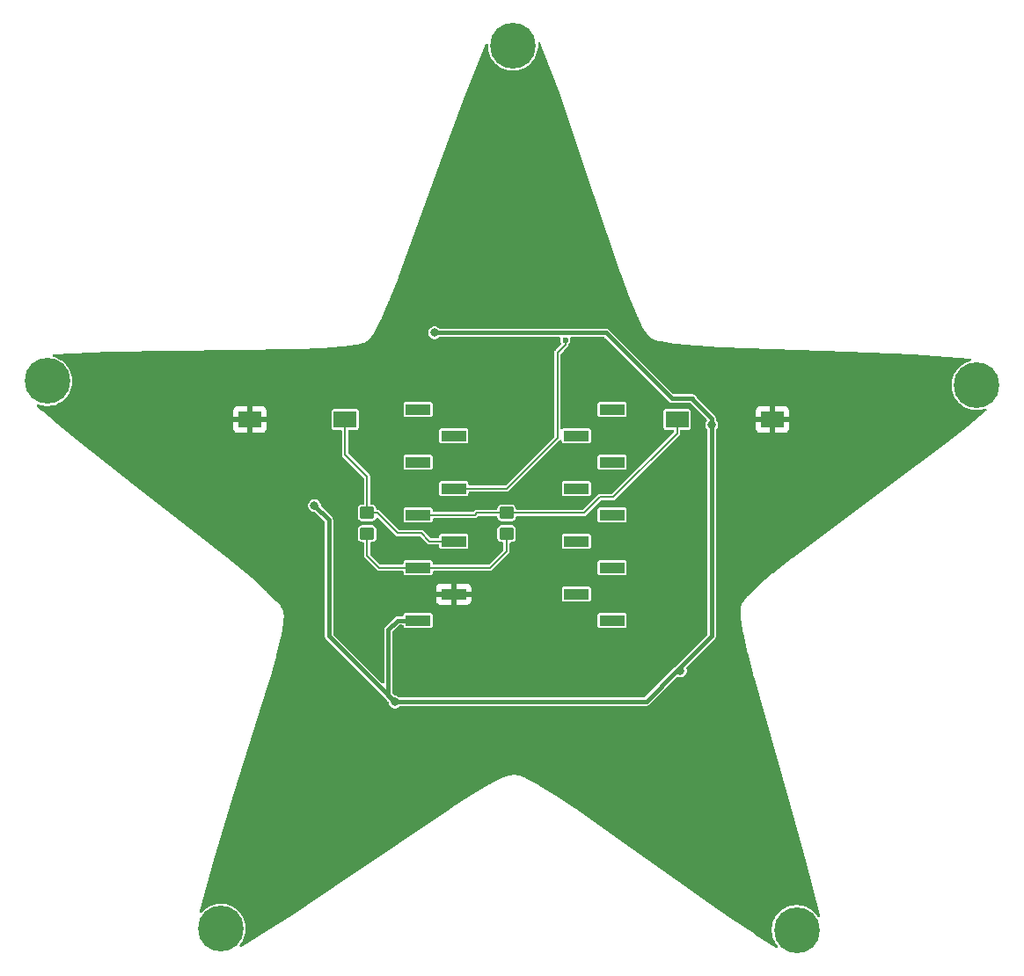
<source format=gbl>
G04 #@! TF.GenerationSoftware,KiCad,Pcbnew,9.0.5*
G04 #@! TF.CreationDate,2025-10-14T20:34:03+01:00*
G04 #@! TF.ProjectId,ESP32_Xmas_Star_Module,45535033-325f-4586-9d61-735f53746172,rev?*
G04 #@! TF.SameCoordinates,Original*
G04 #@! TF.FileFunction,Copper,L2,Bot*
G04 #@! TF.FilePolarity,Positive*
%FSLAX46Y46*%
G04 Gerber Fmt 4.6, Leading zero omitted, Abs format (unit mm)*
G04 Created by KiCad (PCBNEW 9.0.5) date 2025-10-14 20:34:03*
%MOMM*%
%LPD*%
G01*
G04 APERTURE LIST*
G04 Aperture macros list*
%AMRoundRect*
0 Rectangle with rounded corners*
0 $1 Rounding radius*
0 $2 $3 $4 $5 $6 $7 $8 $9 X,Y pos of 4 corners*
0 Add a 4 corners polygon primitive as box body*
4,1,4,$2,$3,$4,$5,$6,$7,$8,$9,$2,$3,0*
0 Add four circle primitives for the rounded corners*
1,1,$1+$1,$2,$3*
1,1,$1+$1,$4,$5*
1,1,$1+$1,$6,$7*
1,1,$1+$1,$8,$9*
0 Add four rect primitives between the rounded corners*
20,1,$1+$1,$2,$3,$4,$5,0*
20,1,$1+$1,$4,$5,$6,$7,0*
20,1,$1+$1,$6,$7,$8,$9,0*
20,1,$1+$1,$8,$9,$2,$3,0*%
G04 Aperture macros list end*
G04 #@! TA.AperFunction,ComponentPad*
%ADD10C,4.400000*%
G04 #@! TD*
G04 #@! TA.AperFunction,SMDPad,CuDef*
%ADD11R,2.180000X1.600000*%
G04 #@! TD*
G04 #@! TA.AperFunction,SMDPad,CuDef*
%ADD12RoundRect,0.250000X0.450000X-0.350000X0.450000X0.350000X-0.450000X0.350000X-0.450000X-0.350000X0*%
G04 #@! TD*
G04 #@! TA.AperFunction,SMDPad,CuDef*
%ADD13R,2.410000X1.020000*%
G04 #@! TD*
G04 #@! TA.AperFunction,ViaPad*
%ADD14C,0.800000*%
G04 #@! TD*
G04 #@! TA.AperFunction,ViaPad*
%ADD15C,0.600000*%
G04 #@! TD*
G04 #@! TA.AperFunction,Conductor*
%ADD16C,0.400000*%
G04 #@! TD*
G04 #@! TA.AperFunction,Conductor*
%ADD17C,0.200000*%
G04 #@! TD*
G04 APERTURE END LIST*
D10*
X194421414Y-78697463D03*
X104970372Y-78314655D03*
X121674966Y-131018278D03*
X177092341Y-131155072D03*
X149801613Y-46007789D03*
D11*
X174770000Y-82000000D03*
X165590000Y-82000000D03*
X124460000Y-82000000D03*
X133640000Y-82000000D03*
D12*
X135759741Y-93000000D03*
X135759741Y-91000000D03*
X149177275Y-93000000D03*
X149177275Y-91000000D03*
D13*
X159335000Y-81040000D03*
X155905000Y-83580000D03*
X159335000Y-86120000D03*
X155905000Y-88660000D03*
X159335000Y-91200000D03*
X155905000Y-93740000D03*
X159335000Y-96280000D03*
X155905000Y-98820000D03*
X159335000Y-101360000D03*
X140665000Y-101360000D03*
X144095000Y-98820000D03*
X140665000Y-96280000D03*
X144095000Y-93740000D03*
X140665000Y-91200000D03*
X144095000Y-88660000D03*
X140665000Y-86120000D03*
X144095000Y-83580000D03*
X140665000Y-81040000D03*
D14*
X138430000Y-109220000D03*
X130688425Y-90291575D03*
X142240000Y-73660000D03*
X165906691Y-106216691D03*
X168910000Y-82550000D03*
D15*
X154821814Y-74360000D03*
X176530000Y-91440000D03*
X123190000Y-83820000D03*
X149860000Y-76200000D03*
X115570000Y-76792844D03*
X149790482Y-72675793D03*
X119380000Y-90170000D03*
X110490000Y-80010000D03*
X175260000Y-128270000D03*
X127000000Y-123190000D03*
X149860000Y-106680000D03*
X127000000Y-85090000D03*
X166370000Y-116840000D03*
X172720000Y-86360000D03*
X143510000Y-63500000D03*
X133350000Y-87630000D03*
X134620000Y-114300000D03*
X170180000Y-120650000D03*
X157480000Y-69850000D03*
X162560000Y-121920000D03*
X142240000Y-110490000D03*
X149860000Y-62230000D03*
X152400000Y-48260000D03*
X116840000Y-82550000D03*
X193017724Y-81490665D03*
X144780000Y-106680000D03*
X166370000Y-97790000D03*
X170180000Y-87630000D03*
X160020000Y-106680000D03*
X173990000Y-78740000D03*
X172720000Y-111760000D03*
X137160000Y-109220000D03*
X149860000Y-55880000D03*
X124460000Y-127000000D03*
X149860000Y-69850000D03*
X163830000Y-111760000D03*
X139700000Y-119380000D03*
X177800000Y-85090000D03*
X123190000Y-78740000D03*
X182880000Y-82550000D03*
X130810000Y-118110000D03*
X130810000Y-106680000D03*
X129540000Y-95250000D03*
X149860000Y-50800000D03*
X187960000Y-80010000D03*
D16*
X132080000Y-102870000D02*
X138430000Y-109220000D01*
X158750000Y-73660000D02*
X142240000Y-73660000D01*
X165075858Y-79985858D02*
X158750000Y-73660000D01*
X167081000Y-80049370D02*
X167081000Y-79985858D01*
X168910000Y-81878370D02*
X167081000Y-80049370D01*
X168910000Y-82550000D02*
X168910000Y-102870000D01*
X165563309Y-106216691D02*
X162614578Y-109165422D01*
X165906691Y-105873309D02*
X165906691Y-106216691D01*
X167081000Y-79985858D02*
X165075858Y-79985858D01*
X168910000Y-82550000D02*
X168910000Y-81878370D01*
X130688425Y-90291575D02*
X132080000Y-91683150D01*
X162614578Y-109165422D02*
X138484578Y-109165422D01*
X137795000Y-108585000D02*
X137795000Y-102235000D01*
X165906691Y-106216691D02*
X165563309Y-106216691D01*
X138670000Y-101360000D02*
X140665000Y-101360000D01*
X138430000Y-109220000D02*
X137795000Y-108585000D01*
X137795000Y-102235000D02*
X138670000Y-101360000D01*
X132080000Y-91683150D02*
X132080000Y-102870000D01*
X168910000Y-102870000D02*
X165906691Y-105873309D01*
X138484578Y-109165422D02*
X138430000Y-109220000D01*
D17*
X154082528Y-75551100D02*
X154082528Y-83784944D01*
X154821814Y-74360000D02*
X154821814Y-74811814D01*
X154082528Y-83784944D02*
X149207472Y-88660000D01*
X154821814Y-74811814D02*
X154082528Y-75551100D01*
X149207472Y-88660000D02*
X144095000Y-88660000D01*
X159449000Y-89471000D02*
X158179000Y-89471000D01*
X146150826Y-91200000D02*
X146350826Y-91000000D01*
X140665000Y-91200000D02*
X146150826Y-91200000D01*
X149177275Y-91000000D02*
X156650000Y-91000000D01*
X165590000Y-82000000D02*
X165590000Y-83330000D01*
X146350826Y-91000000D02*
X149177275Y-91000000D01*
X165590000Y-83330000D02*
X159449000Y-89471000D01*
X158179000Y-89471000D02*
X156650000Y-91000000D01*
X135759741Y-95119741D02*
X135759741Y-93000000D01*
X140665000Y-96280000D02*
X136920000Y-96280000D01*
X140665000Y-96280000D02*
X147560000Y-96280000D01*
X136920000Y-96280000D02*
X135759741Y-95119741D01*
X147560000Y-96280000D02*
X149177275Y-94662725D01*
X149177275Y-94662725D02*
X149177275Y-93000000D01*
X138670000Y-92950000D02*
X136720000Y-91000000D01*
X140970000Y-92950000D02*
X138670000Y-92950000D01*
X135759741Y-87499741D02*
X133640000Y-85380000D01*
X144095000Y-93740000D02*
X141760000Y-93740000D01*
X141760000Y-93740000D02*
X140970000Y-92950000D01*
X135759741Y-91000000D02*
X135759741Y-87499741D01*
X136720000Y-91000000D02*
X135759741Y-91000000D01*
X133640000Y-85380000D02*
X133640000Y-82000000D01*
G04 #@! TA.AperFunction,Conductor*
G36*
X152390306Y-45710486D02*
G01*
X152434424Y-45764666D01*
X152436171Y-45769057D01*
X152677355Y-46410520D01*
X154314620Y-50765059D01*
X154315838Y-50768448D01*
X156336103Y-56655183D01*
X156336255Y-56655628D01*
X160148586Y-67902820D01*
X160153256Y-67916598D01*
X160153924Y-67923737D01*
X160174366Y-67978878D01*
X160174937Y-67980562D01*
X160193258Y-68034612D01*
X160196852Y-68041907D01*
X160196185Y-68042235D01*
X160202296Y-68054219D01*
X160970043Y-70125150D01*
X160974976Y-70138456D01*
X160976065Y-70146976D01*
X160997842Y-70200135D01*
X161017802Y-70253973D01*
X161017804Y-70253975D01*
X161021599Y-70261162D01*
X161021155Y-70261396D01*
X161028149Y-70274113D01*
X161155641Y-70585317D01*
X161711198Y-71941409D01*
X161714668Y-71958798D01*
X161736091Y-72002173D01*
X161737738Y-72006193D01*
X161754432Y-72046944D01*
X161754437Y-72046953D01*
X161757944Y-72051559D01*
X161770457Y-72071753D01*
X162346293Y-73237641D01*
X162346293Y-73237642D01*
X162350201Y-73245555D01*
X162359633Y-73274332D01*
X162379254Y-73304379D01*
X162382543Y-73311038D01*
X162382547Y-73311045D01*
X162395151Y-73336562D01*
X162409308Y-73352686D01*
X162419951Y-73366699D01*
X162648396Y-73716520D01*
X162651036Y-73720564D01*
X162673333Y-73761296D01*
X162686926Y-73775523D01*
X162693181Y-73785101D01*
X162693183Y-73785103D01*
X162697695Y-73792012D01*
X162728705Y-73819791D01*
X162735622Y-73826489D01*
X162798008Y-73891783D01*
X162921217Y-74020735D01*
X162932950Y-74038460D01*
X162966557Y-74068190D01*
X162970152Y-74071952D01*
X162997568Y-74100646D01*
X162997570Y-74100648D01*
X163015734Y-74111694D01*
X163031655Y-74125778D01*
X163071817Y-74145799D01*
X163076264Y-74148503D01*
X163076265Y-74148504D01*
X163110163Y-74169119D01*
X163110165Y-74169120D01*
X163110166Y-74169120D01*
X163110169Y-74169122D01*
X163119962Y-74171986D01*
X163140466Y-74180021D01*
X163380415Y-74299640D01*
X163419290Y-74323163D01*
X163439172Y-74328931D01*
X163457697Y-74338166D01*
X163497244Y-74346209D01*
X163507072Y-74348629D01*
X163923975Y-74469579D01*
X163951001Y-74481869D01*
X163986991Y-74487860D01*
X163993990Y-74489891D01*
X163993993Y-74489892D01*
X164005570Y-74493250D01*
X164022032Y-74498027D01*
X164042746Y-74498452D01*
X164060551Y-74500109D01*
X165378842Y-74719610D01*
X165395155Y-74725715D01*
X165443615Y-74730395D01*
X165491653Y-74738394D01*
X165497037Y-74737870D01*
X165520939Y-74737864D01*
X167348740Y-74914403D01*
X167356748Y-74917100D01*
X167414225Y-74920728D01*
X167471509Y-74926261D01*
X167471516Y-74926259D01*
X167479639Y-74925979D01*
X167479657Y-74926507D01*
X167494037Y-74925765D01*
X169751640Y-75068276D01*
X169758386Y-75070341D01*
X169817304Y-75072421D01*
X169876125Y-75076134D01*
X169876126Y-75076133D01*
X169876130Y-75076134D01*
X169884237Y-75075583D01*
X169884289Y-75076352D01*
X169897607Y-75075255D01*
X181964326Y-75501248D01*
X188292976Y-75748587D01*
X188296406Y-75748771D01*
X193809826Y-76122299D01*
X193815715Y-76122839D01*
X193826003Y-76124034D01*
X193890322Y-76151323D01*
X193929678Y-76209054D01*
X193931575Y-76278898D01*
X193895410Y-76338680D01*
X193839286Y-76368097D01*
X193755819Y-76387147D01*
X193755811Y-76387150D01*
X193501331Y-76476197D01*
X193258419Y-76593177D01*
X193030126Y-76736624D01*
X192819329Y-76904728D01*
X192628679Y-77095378D01*
X192460575Y-77306175D01*
X192317128Y-77534468D01*
X192200148Y-77777380D01*
X192111101Y-78031860D01*
X192111098Y-78031868D01*
X192051102Y-78294731D01*
X192051100Y-78294743D01*
X192020914Y-78562649D01*
X192020914Y-78832276D01*
X192051100Y-79100182D01*
X192051102Y-79100194D01*
X192111098Y-79363057D01*
X192111101Y-79363065D01*
X192200148Y-79617545D01*
X192317128Y-79860457D01*
X192317130Y-79860460D01*
X192460576Y-80088752D01*
X192628680Y-80299548D01*
X192819329Y-80490197D01*
X193030125Y-80658301D01*
X193258417Y-80801747D01*
X193501335Y-80918730D01*
X193692463Y-80985608D01*
X193755811Y-81007775D01*
X193755819Y-81007778D01*
X193755822Y-81007778D01*
X193755823Y-81007779D01*
X194018682Y-81067775D01*
X194286601Y-81097962D01*
X194286602Y-81097963D01*
X194286605Y-81097963D01*
X194556226Y-81097963D01*
X194556226Y-81097962D01*
X194824146Y-81067775D01*
X195087005Y-81007779D01*
X195232643Y-80956817D01*
X195302420Y-80953255D01*
X195363048Y-80987984D01*
X195395275Y-81049977D01*
X195388871Y-81119553D01*
X195352113Y-81169834D01*
X193519222Y-82669307D01*
X193517036Y-82671054D01*
X191268336Y-84427499D01*
X191266530Y-84428884D01*
X186289514Y-88171395D01*
X186289138Y-88171676D01*
X176770481Y-95273002D01*
X176758827Y-95281697D01*
X176752244Y-95284539D01*
X176706117Y-95321020D01*
X176704687Y-95322088D01*
X176704685Y-95322088D01*
X176658949Y-95356211D01*
X176653122Y-95361882D01*
X176652606Y-95361351D01*
X176643097Y-95370863D01*
X174910768Y-96740988D01*
X174899630Y-96749796D01*
X174891872Y-96753461D01*
X174848111Y-96790542D01*
X174846434Y-96791869D01*
X174846414Y-96791887D01*
X174803011Y-96826215D01*
X174797352Y-96832044D01*
X174796993Y-96831696D01*
X174787053Y-96842282D01*
X173421533Y-97999412D01*
X173412428Y-98007126D01*
X173396967Y-98015799D01*
X173362345Y-98049567D01*
X173359021Y-98052384D01*
X173325421Y-98080856D01*
X173325420Y-98080857D01*
X173322109Y-98085635D01*
X173306779Y-98103761D01*
X172375892Y-99011701D01*
X172369574Y-99017862D01*
X172345126Y-99035722D01*
X172322613Y-99063666D01*
X172317292Y-99068857D01*
X172317293Y-99068857D01*
X172296919Y-99088730D01*
X172296913Y-99088737D01*
X172285958Y-99107177D01*
X172275920Y-99121629D01*
X172013813Y-99446997D01*
X172013812Y-99446996D01*
X172010775Y-99450764D01*
X171978935Y-99484550D01*
X171969601Y-99501880D01*
X171962422Y-99510793D01*
X171957255Y-99517207D01*
X171957249Y-99517217D01*
X171940414Y-99555286D01*
X171936184Y-99563929D01*
X171814038Y-99790737D01*
X171808793Y-99800475D01*
X171795563Y-99817111D01*
X171777669Y-99858268D01*
X171775196Y-99862861D01*
X171775194Y-99862862D01*
X171756392Y-99897777D01*
X171756386Y-99897792D01*
X171754038Y-99907721D01*
X171747091Y-99928604D01*
X171743022Y-99937963D01*
X171743021Y-99937967D01*
X171737158Y-99977210D01*
X171735192Y-99987418D01*
X171726061Y-100026034D01*
X171726363Y-100036235D01*
X171725056Y-100058222D01*
X171698279Y-100237466D01*
X171685443Y-100323385D01*
X171675084Y-100367628D01*
X171675741Y-100388316D01*
X171674088Y-100399387D01*
X171672683Y-100408792D01*
X171677255Y-100448896D01*
X171677990Y-100458998D01*
X171691505Y-100883887D01*
X171691790Y-100892861D01*
X171688455Y-100922358D01*
X171693877Y-100958435D01*
X171694109Y-100965725D01*
X171695037Y-100994903D01*
X171701032Y-101014733D01*
X171704960Y-101032187D01*
X171901793Y-102341905D01*
X171903578Y-102353779D01*
X171902814Y-102371183D01*
X171913337Y-102418718D01*
X171913972Y-102422939D01*
X171913973Y-102422944D01*
X171920575Y-102466872D01*
X171920576Y-102466876D01*
X171922737Y-102471836D01*
X171930128Y-102494561D01*
X172327054Y-104287466D01*
X172326964Y-104295912D01*
X172341269Y-104351676D01*
X172341718Y-104353702D01*
X172341717Y-104353703D01*
X172353714Y-104407889D01*
X172356493Y-104415530D01*
X172356000Y-104415709D01*
X172361148Y-104429167D01*
X172879171Y-106448481D01*
X172923250Y-106620306D01*
X172923371Y-106627359D01*
X172939593Y-106684015D01*
X172940025Y-106685699D01*
X172954244Y-106741124D01*
X172957275Y-106748668D01*
X172956565Y-106748952D01*
X172961717Y-106761283D01*
X176285336Y-118368844D01*
X176285464Y-118369295D01*
X178005806Y-124464333D01*
X178006720Y-124467757D01*
X179339688Y-129765053D01*
X179336958Y-129834869D01*
X179296916Y-129892126D01*
X179232275Y-129918646D01*
X179163557Y-129906007D01*
X179114443Y-129861284D01*
X179053179Y-129763783D01*
X178885075Y-129552987D01*
X178694426Y-129362338D01*
X178483630Y-129194234D01*
X178255338Y-129050788D01*
X178255335Y-129050786D01*
X178012423Y-128933806D01*
X177757943Y-128844759D01*
X177757935Y-128844756D01*
X177548748Y-128797011D01*
X177495073Y-128784760D01*
X177495069Y-128784759D01*
X177495060Y-128784758D01*
X177227154Y-128754572D01*
X177227150Y-128754572D01*
X176957532Y-128754572D01*
X176957527Y-128754572D01*
X176689621Y-128784758D01*
X176689609Y-128784760D01*
X176426746Y-128844756D01*
X176426738Y-128844759D01*
X176172258Y-128933806D01*
X175929346Y-129050786D01*
X175701053Y-129194233D01*
X175490256Y-129362337D01*
X175299606Y-129552987D01*
X175131502Y-129763784D01*
X174988055Y-129992077D01*
X174871075Y-130234989D01*
X174782028Y-130489469D01*
X174782025Y-130489477D01*
X174722029Y-130752340D01*
X174722027Y-130752352D01*
X174691841Y-131020258D01*
X174691841Y-131289885D01*
X174722027Y-131557791D01*
X174722028Y-131557800D01*
X174722029Y-131557804D01*
X174725434Y-131572721D01*
X174782025Y-131820666D01*
X174782028Y-131820674D01*
X174871075Y-132075154D01*
X174988055Y-132318066D01*
X174988057Y-132318069D01*
X175131503Y-132546361D01*
X175154119Y-132574720D01*
X175269393Y-132719270D01*
X175295802Y-132783957D01*
X175283045Y-132852652D01*
X175235175Y-132903546D01*
X175167388Y-132920480D01*
X175105431Y-132900914D01*
X173038808Y-131573470D01*
X173036471Y-131571931D01*
X170671018Y-129976002D01*
X170669200Y-129974751D01*
X168778454Y-128647966D01*
X165571873Y-126397824D01*
X165571489Y-126397554D01*
X159787866Y-122306238D01*
X155864454Y-119530828D01*
X155859721Y-119525448D01*
X155810781Y-119492859D01*
X155762725Y-119458865D01*
X155762721Y-119458863D01*
X155755540Y-119455081D01*
X155755887Y-119454420D01*
X155743896Y-119448321D01*
X153893696Y-118216305D01*
X153887808Y-118210052D01*
X153838940Y-118179844D01*
X153837190Y-118178678D01*
X153837189Y-118178677D01*
X153791157Y-118148025D01*
X153783861Y-118144442D01*
X153784081Y-118143993D01*
X153770943Y-118137811D01*
X152248481Y-117196701D01*
X152238332Y-117190427D01*
X152225305Y-117178400D01*
X152182480Y-117155901D01*
X152178789Y-117153620D01*
X152141321Y-117130460D01*
X152141320Y-117130459D01*
X152141319Y-117130459D01*
X152135752Y-117128786D01*
X152113776Y-117119808D01*
X150962622Y-116515056D01*
X150954811Y-116510952D01*
X150930266Y-116493215D01*
X150896726Y-116480438D01*
X150890144Y-116476980D01*
X150890143Y-116476979D01*
X150864957Y-116463748D01*
X150864956Y-116463747D01*
X150844015Y-116459022D01*
X150827170Y-116453941D01*
X150436746Y-116305212D01*
X150436746Y-116305211D01*
X150432224Y-116303488D01*
X150390246Y-116283642D01*
X150370876Y-116280120D01*
X150352484Y-116273114D01*
X150352481Y-116273113D01*
X150311075Y-116268867D01*
X150301545Y-116267514D01*
X150048093Y-116221434D01*
X150048093Y-116221433D01*
X150037207Y-116219454D01*
X150017301Y-116212013D01*
X149972622Y-116207713D01*
X149967494Y-116206781D01*
X149928472Y-116199686D01*
X149928464Y-116199686D01*
X149918293Y-116200521D01*
X149896282Y-116200367D01*
X149887559Y-116199528D01*
X149886123Y-116199390D01*
X149886122Y-116199390D01*
X149886120Y-116199390D01*
X149846986Y-116205939D01*
X149836677Y-116207223D01*
X149797126Y-116210473D01*
X149797125Y-116210473D01*
X149787516Y-116213913D01*
X149766203Y-116219463D01*
X149506775Y-116262890D01*
X149501765Y-116263728D01*
X149456500Y-116267548D01*
X149437033Y-116274563D01*
X149425991Y-116276412D01*
X149425991Y-116276413D01*
X149416611Y-116277983D01*
X149416610Y-116277983D01*
X149379865Y-116294731D01*
X149370488Y-116298550D01*
X148970572Y-116442700D01*
X148962133Y-116445742D01*
X148933050Y-116451684D01*
X148900414Y-116467987D01*
X148893561Y-116470458D01*
X148893560Y-116470458D01*
X148875472Y-116476979D01*
X148866084Y-116480363D01*
X148849078Y-116492192D01*
X148833692Y-116501322D01*
X147648901Y-117093242D01*
X147648900Y-117093241D01*
X147638150Y-117098611D01*
X147621375Y-117103259D01*
X147579423Y-117127953D01*
X147575607Y-117129860D01*
X147535857Y-117149718D01*
X147535852Y-117149722D01*
X147531793Y-117153319D01*
X147512468Y-117167365D01*
X145942237Y-118091680D01*
X145942236Y-118091679D01*
X145929973Y-118098897D01*
X145921919Y-118101421D01*
X145873321Y-118132247D01*
X145871523Y-118133306D01*
X145871521Y-118133306D01*
X145823691Y-118161463D01*
X145817286Y-118166464D01*
X145816963Y-118166051D01*
X145805756Y-118175105D01*
X143907851Y-119378994D01*
X143907850Y-119378993D01*
X143895543Y-119386799D01*
X143888880Y-119389092D01*
X143840035Y-119422009D01*
X143838543Y-119422957D01*
X143838511Y-119422979D01*
X143790220Y-119453612D01*
X143783984Y-119458824D01*
X143783495Y-119458239D01*
X143773362Y-119466945D01*
X133760765Y-126214963D01*
X133760376Y-126215224D01*
X128492732Y-129736531D01*
X128490933Y-129737710D01*
X126045391Y-131309310D01*
X126043114Y-131310738D01*
X123814479Y-132674093D01*
X123810595Y-132676373D01*
X123661870Y-132760090D01*
X123593794Y-132775821D01*
X123528021Y-132752250D01*
X123485432Y-132696861D01*
X123479549Y-132627239D01*
X123504096Y-132574723D01*
X123635804Y-132409567D01*
X123779250Y-132181275D01*
X123896233Y-131938357D01*
X123985282Y-131683869D01*
X124045278Y-131421010D01*
X124075466Y-131153087D01*
X124075466Y-130883469D01*
X124045278Y-130615546D01*
X123985282Y-130352687D01*
X123896233Y-130098199D01*
X123779250Y-129855281D01*
X123635804Y-129626989D01*
X123467700Y-129416193D01*
X123277051Y-129225544D01*
X123237789Y-129194234D01*
X123223515Y-129182851D01*
X123066255Y-129057440D01*
X122908579Y-128958365D01*
X122837960Y-128913992D01*
X122595048Y-128797012D01*
X122340568Y-128707965D01*
X122340560Y-128707962D01*
X122143412Y-128662965D01*
X122077698Y-128647966D01*
X122077694Y-128647965D01*
X122077685Y-128647964D01*
X121809779Y-128617778D01*
X121809775Y-128617778D01*
X121540157Y-128617778D01*
X121540152Y-128617778D01*
X121272246Y-128647964D01*
X121272234Y-128647966D01*
X121009371Y-128707962D01*
X121009363Y-128707965D01*
X120754883Y-128797012D01*
X120511971Y-128913992D01*
X120283678Y-129057439D01*
X120072881Y-129225543D01*
X119882232Y-129416192D01*
X119863358Y-129439859D01*
X119806168Y-129479997D01*
X119736357Y-129482845D01*
X119676088Y-129447498D01*
X119644496Y-129385178D01*
X119646861Y-129329630D01*
X120987606Y-124460174D01*
X120988575Y-124456843D01*
X122814347Y-118506689D01*
X126345454Y-107152498D01*
X126349111Y-107146330D01*
X126364991Y-107089678D01*
X126382461Y-107033505D01*
X126382461Y-107033498D01*
X126383842Y-107025487D01*
X126384582Y-107025614D01*
X126386672Y-107012331D01*
X126986646Y-104871978D01*
X126990772Y-104864449D01*
X127004393Y-104808666D01*
X127019898Y-104753355D01*
X127019898Y-104753347D01*
X127021051Y-104745307D01*
X127021549Y-104745378D01*
X127023363Y-104730976D01*
X127450778Y-102980619D01*
X127458191Y-102964515D01*
X127466353Y-102916836D01*
X127477833Y-102869826D01*
X127477703Y-102864026D01*
X127479449Y-102840339D01*
X127700368Y-101549946D01*
X127709652Y-101521125D01*
X127711438Y-101485284D01*
X127717496Y-101449904D01*
X127715517Y-101428520D01*
X127715145Y-101410930D01*
X127716911Y-101375510D01*
X127736188Y-100988844D01*
X127742094Y-100942773D01*
X127739457Y-100923264D01*
X127740438Y-100903607D01*
X127740436Y-100903601D01*
X127740437Y-100903600D01*
X127731680Y-100862916D01*
X127730023Y-100853447D01*
X127694044Y-100587184D01*
X127694971Y-100565947D01*
X127685254Y-100522129D01*
X127679244Y-100477651D01*
X127671041Y-100458037D01*
X127666440Y-100437288D01*
X127645716Y-100397483D01*
X127628397Y-100356071D01*
X127628395Y-100356069D01*
X127628394Y-100356066D01*
X127622159Y-100347998D01*
X127610290Y-100329439D01*
X127604526Y-100318368D01*
X127486481Y-100091634D01*
X127468857Y-100049753D01*
X127456162Y-100033399D01*
X127446603Y-100015039D01*
X127419328Y-99985276D01*
X127412797Y-99977537D01*
X127152117Y-99641734D01*
X127146617Y-99634649D01*
X127131978Y-99608824D01*
X127106384Y-99582822D01*
X127084011Y-99554001D01*
X127067496Y-99541475D01*
X127054064Y-99529667D01*
X127043434Y-99518867D01*
X126116572Y-98577223D01*
X126106962Y-98562694D01*
X126070501Y-98530417D01*
X126036346Y-98495717D01*
X126036344Y-98495715D01*
X126031678Y-98492972D01*
X126012337Y-98478927D01*
X124648039Y-97271182D01*
X124637382Y-97261748D01*
X124632492Y-97254864D01*
X124588151Y-97218167D01*
X124545033Y-97179996D01*
X124545031Y-97179995D01*
X124538296Y-97175450D01*
X124538589Y-97175015D01*
X124526509Y-97167150D01*
X122795071Y-95734168D01*
X122783840Y-95724873D01*
X122779600Y-95719241D01*
X122733172Y-95682939D01*
X122731860Y-95681853D01*
X122731858Y-95681851D01*
X122687756Y-95645351D01*
X122680872Y-95641030D01*
X122681277Y-95640384D01*
X122669858Y-95633433D01*
X119545460Y-93190464D01*
X115736861Y-90212518D01*
X130087925Y-90212518D01*
X130087925Y-90370632D01*
X130122893Y-90501132D01*
X130128848Y-90523358D01*
X130128851Y-90523365D01*
X130207900Y-90660284D01*
X130207904Y-90660289D01*
X130207905Y-90660291D01*
X130319709Y-90772095D01*
X130319711Y-90772096D01*
X130319715Y-90772099D01*
X130414827Y-90827011D01*
X130456641Y-90851152D01*
X130609368Y-90892075D01*
X130671170Y-90892075D01*
X130738209Y-90911760D01*
X130758851Y-90928394D01*
X131643181Y-91812724D01*
X131676666Y-91874047D01*
X131679500Y-91900405D01*
X131679500Y-102922726D01*
X131706793Y-103024589D01*
X131714954Y-103038724D01*
X131759520Y-103115913D01*
X131759521Y-103115914D01*
X131759522Y-103115915D01*
X137793181Y-109149574D01*
X137826666Y-109210897D01*
X137829500Y-109237255D01*
X137829500Y-109299056D01*
X137870423Y-109451783D01*
X137870426Y-109451790D01*
X137949475Y-109588709D01*
X137949479Y-109588714D01*
X137949480Y-109588716D01*
X138061284Y-109700520D01*
X138061286Y-109700521D01*
X138061290Y-109700524D01*
X138198209Y-109779573D01*
X138198216Y-109779577D01*
X138350943Y-109820500D01*
X138350945Y-109820500D01*
X138509055Y-109820500D01*
X138509057Y-109820500D01*
X138661784Y-109779577D01*
X138798716Y-109700520D01*
X138896995Y-109602241D01*
X138958318Y-109568756D01*
X138984676Y-109565922D01*
X162667303Y-109565922D01*
X162667305Y-109565922D01*
X162769166Y-109538629D01*
X162860491Y-109485902D01*
X165542229Y-106804162D01*
X165603550Y-106770679D01*
X165666778Y-106775200D01*
X165667056Y-106774164D01*
X165672434Y-106775605D01*
X165673242Y-106775663D01*
X165674504Y-106776159D01*
X165674903Y-106776266D01*
X165674907Y-106776268D01*
X165827634Y-106817191D01*
X165827636Y-106817191D01*
X165985746Y-106817191D01*
X165985748Y-106817191D01*
X166138475Y-106776268D01*
X166275407Y-106697211D01*
X166387211Y-106585407D01*
X166466268Y-106448475D01*
X166507191Y-106295748D01*
X166507191Y-106137634D01*
X166466268Y-105984907D01*
X166466267Y-105984905D01*
X166464164Y-105977056D01*
X166466120Y-105976531D01*
X166459815Y-105917895D01*
X166491088Y-105855414D01*
X166494135Y-105852256D01*
X169230480Y-103115913D01*
X169283206Y-103024588D01*
X169283207Y-103024587D01*
X169310500Y-102922727D01*
X169310500Y-83050098D01*
X169330185Y-82983059D01*
X169346819Y-82962417D01*
X169364684Y-82944552D01*
X169390520Y-82918716D01*
X169431438Y-82847844D01*
X173180000Y-82847844D01*
X173186401Y-82907372D01*
X173186403Y-82907379D01*
X173236645Y-83042086D01*
X173236649Y-83042093D01*
X173322809Y-83157187D01*
X173322812Y-83157190D01*
X173437906Y-83243350D01*
X173437913Y-83243354D01*
X173572620Y-83293596D01*
X173572627Y-83293598D01*
X173632155Y-83299999D01*
X173632172Y-83300000D01*
X174520000Y-83300000D01*
X175020000Y-83300000D01*
X175907828Y-83300000D01*
X175907844Y-83299999D01*
X175967372Y-83293598D01*
X175967379Y-83293596D01*
X176102086Y-83243354D01*
X176102093Y-83243350D01*
X176217187Y-83157190D01*
X176217190Y-83157187D01*
X176303350Y-83042093D01*
X176303354Y-83042086D01*
X176353596Y-82907379D01*
X176353598Y-82907372D01*
X176359999Y-82847844D01*
X176360000Y-82847827D01*
X176360000Y-82250000D01*
X175020000Y-82250000D01*
X175020000Y-83300000D01*
X174520000Y-83300000D01*
X174520000Y-82250000D01*
X173180000Y-82250000D01*
X173180000Y-82847844D01*
X169431438Y-82847844D01*
X169469577Y-82781784D01*
X169510500Y-82629057D01*
X169510500Y-82470943D01*
X169469577Y-82318216D01*
X169390520Y-82181284D01*
X169340143Y-82130907D01*
X169334554Y-82123296D01*
X169325735Y-82098970D01*
X169313334Y-82076260D01*
X169311576Y-82059918D01*
X169310740Y-82057610D01*
X169311139Y-82055850D01*
X169310500Y-82049902D01*
X169310500Y-81941099D01*
X169310501Y-81941086D01*
X169310501Y-81825644D01*
X169310501Y-81825643D01*
X169283207Y-81723783D01*
X169269187Y-81699500D01*
X169230480Y-81632457D01*
X169155913Y-81557890D01*
X169155910Y-81557888D01*
X168750177Y-81152155D01*
X173180000Y-81152155D01*
X173180000Y-81750000D01*
X174520000Y-81750000D01*
X175020000Y-81750000D01*
X176360000Y-81750000D01*
X176360000Y-81152172D01*
X176359999Y-81152155D01*
X176353598Y-81092627D01*
X176353596Y-81092620D01*
X176303354Y-80957913D01*
X176303350Y-80957906D01*
X176217190Y-80842812D01*
X176217187Y-80842809D01*
X176102093Y-80756649D01*
X176102086Y-80756645D01*
X175967379Y-80706403D01*
X175967372Y-80706401D01*
X175907844Y-80700000D01*
X175020000Y-80700000D01*
X175020000Y-81750000D01*
X174520000Y-81750000D01*
X174520000Y-80700000D01*
X173632155Y-80700000D01*
X173572627Y-80706401D01*
X173572620Y-80706403D01*
X173437913Y-80756645D01*
X173437906Y-80756649D01*
X173322812Y-80842809D01*
X173322809Y-80842812D01*
X173236649Y-80957906D01*
X173236645Y-80957913D01*
X173186403Y-81092620D01*
X173186401Y-81092627D01*
X173180000Y-81152155D01*
X168750177Y-81152155D01*
X167486820Y-79888797D01*
X167457825Y-79838573D01*
X167457319Y-79838783D01*
X167455726Y-79834938D01*
X167454724Y-79833202D01*
X167454207Y-79831271D01*
X167401480Y-79739945D01*
X167326913Y-79665378D01*
X167244064Y-79617545D01*
X167235589Y-79612652D01*
X167235588Y-79612651D01*
X167235587Y-79612651D01*
X167133727Y-79585358D01*
X167133726Y-79585358D01*
X165293113Y-79585358D01*
X165226074Y-79565673D01*
X165205432Y-79549039D01*
X158995915Y-73339522D01*
X158995913Y-73339520D01*
X158935058Y-73304385D01*
X158904589Y-73286793D01*
X158853657Y-73273146D01*
X158802727Y-73259500D01*
X158802726Y-73259500D01*
X142740098Y-73259500D01*
X142673059Y-73239815D01*
X142652417Y-73223181D01*
X142608717Y-73179481D01*
X142608709Y-73179475D01*
X142471790Y-73100426D01*
X142471786Y-73100424D01*
X142471784Y-73100423D01*
X142319057Y-73059500D01*
X142160943Y-73059500D01*
X142008216Y-73100423D01*
X142008209Y-73100426D01*
X141871290Y-73179475D01*
X141871282Y-73179481D01*
X141759481Y-73291282D01*
X141759475Y-73291290D01*
X141680426Y-73428209D01*
X141680423Y-73428216D01*
X141639500Y-73580943D01*
X141639500Y-73739057D01*
X141662928Y-73826489D01*
X141680423Y-73891783D01*
X141680426Y-73891790D01*
X141759475Y-74028709D01*
X141759479Y-74028714D01*
X141759480Y-74028716D01*
X141871284Y-74140520D01*
X141871286Y-74140521D01*
X141871290Y-74140524D01*
X142008209Y-74219573D01*
X142008216Y-74219577D01*
X142160943Y-74260500D01*
X142160945Y-74260500D01*
X142319055Y-74260500D01*
X142319057Y-74260500D01*
X142471784Y-74219577D01*
X142608716Y-74140520D01*
X142652417Y-74096819D01*
X142713740Y-74063334D01*
X142740098Y-74060500D01*
X154222309Y-74060500D01*
X154289348Y-74080185D01*
X154335103Y-74132989D01*
X154345047Y-74202147D01*
X154342084Y-74216591D01*
X154321314Y-74294108D01*
X154321314Y-74425892D01*
X154334797Y-74476212D01*
X154355422Y-74553187D01*
X154379189Y-74594352D01*
X154417673Y-74661008D01*
X154434146Y-74728906D01*
X154411294Y-74794933D01*
X154397967Y-74810688D01*
X153898017Y-75310640D01*
X153842069Y-75366587D01*
X153842063Y-75366595D01*
X153802510Y-75435104D01*
X153802507Y-75435109D01*
X153782028Y-75511539D01*
X153782028Y-83609111D01*
X153762343Y-83676150D01*
X153745709Y-83696792D01*
X149119320Y-88323181D01*
X149057997Y-88356666D01*
X149031639Y-88359500D01*
X145624500Y-88359500D01*
X145557461Y-88339815D01*
X145511706Y-88287011D01*
X145500500Y-88235500D01*
X145500500Y-88130249D01*
X145500499Y-88130247D01*
X145488868Y-88071770D01*
X145488867Y-88071769D01*
X145444552Y-88005447D01*
X145378230Y-87961132D01*
X145378229Y-87961131D01*
X145319752Y-87949500D01*
X145319748Y-87949500D01*
X142870252Y-87949500D01*
X142870247Y-87949500D01*
X142811770Y-87961131D01*
X142811769Y-87961132D01*
X142745447Y-88005447D01*
X142701132Y-88071769D01*
X142701131Y-88071770D01*
X142689500Y-88130247D01*
X142689500Y-89189752D01*
X142701131Y-89248229D01*
X142701132Y-89248230D01*
X142745447Y-89314552D01*
X142811769Y-89358867D01*
X142811770Y-89358868D01*
X142870247Y-89370499D01*
X142870250Y-89370500D01*
X142870252Y-89370500D01*
X145319750Y-89370500D01*
X145319751Y-89370499D01*
X145334568Y-89367552D01*
X145378229Y-89358868D01*
X145378229Y-89358867D01*
X145378231Y-89358867D01*
X145444552Y-89314552D01*
X145488867Y-89248231D01*
X145488867Y-89248229D01*
X145488868Y-89248229D01*
X145500499Y-89189752D01*
X145500500Y-89189750D01*
X145500500Y-89084500D01*
X145520185Y-89017461D01*
X145572989Y-88971706D01*
X145624500Y-88960500D01*
X149247032Y-88960500D01*
X149247034Y-88960500D01*
X149323461Y-88940021D01*
X149391983Y-88900460D01*
X149447932Y-88844511D01*
X150162196Y-88130247D01*
X154499500Y-88130247D01*
X154499500Y-89189752D01*
X154511131Y-89248229D01*
X154511132Y-89248230D01*
X154555447Y-89314552D01*
X154621769Y-89358867D01*
X154621770Y-89358868D01*
X154680247Y-89370499D01*
X154680250Y-89370500D01*
X154680252Y-89370500D01*
X157129750Y-89370500D01*
X157129751Y-89370499D01*
X157144568Y-89367552D01*
X157188229Y-89358868D01*
X157188229Y-89358867D01*
X157188231Y-89358867D01*
X157254552Y-89314552D01*
X157298867Y-89248231D01*
X157298867Y-89248229D01*
X157298868Y-89248229D01*
X157310499Y-89189752D01*
X157310500Y-89189750D01*
X157310500Y-88130249D01*
X157310499Y-88130247D01*
X157298868Y-88071770D01*
X157298867Y-88071769D01*
X157254552Y-88005447D01*
X157188230Y-87961132D01*
X157188229Y-87961131D01*
X157129752Y-87949500D01*
X157129748Y-87949500D01*
X154680252Y-87949500D01*
X154680247Y-87949500D01*
X154621770Y-87961131D01*
X154621769Y-87961132D01*
X154555447Y-88005447D01*
X154511132Y-88071769D01*
X154511131Y-88071770D01*
X154499500Y-88130247D01*
X150162196Y-88130247D01*
X152702196Y-85590247D01*
X157929500Y-85590247D01*
X157929500Y-86649752D01*
X157941131Y-86708229D01*
X157941132Y-86708230D01*
X157985447Y-86774552D01*
X158051769Y-86818867D01*
X158051770Y-86818868D01*
X158110247Y-86830499D01*
X158110250Y-86830500D01*
X158110252Y-86830500D01*
X160559750Y-86830500D01*
X160559751Y-86830499D01*
X160574568Y-86827552D01*
X160618229Y-86818868D01*
X160618229Y-86818867D01*
X160618231Y-86818867D01*
X160684552Y-86774552D01*
X160728867Y-86708231D01*
X160728867Y-86708229D01*
X160728868Y-86708229D01*
X160740499Y-86649752D01*
X160740500Y-86649750D01*
X160740500Y-85590249D01*
X160740499Y-85590247D01*
X160728868Y-85531770D01*
X160728867Y-85531769D01*
X160684552Y-85465447D01*
X160618230Y-85421132D01*
X160618229Y-85421131D01*
X160559752Y-85409500D01*
X160559748Y-85409500D01*
X158110252Y-85409500D01*
X158110247Y-85409500D01*
X158051770Y-85421131D01*
X158051769Y-85421132D01*
X157985447Y-85465447D01*
X157941132Y-85531769D01*
X157941131Y-85531770D01*
X157929500Y-85590247D01*
X152702196Y-85590247D01*
X154287819Y-84004624D01*
X154349142Y-83971139D01*
X154418834Y-83976123D01*
X154474767Y-84017995D01*
X154499184Y-84083459D01*
X154499500Y-84092305D01*
X154499500Y-84109752D01*
X154511131Y-84168229D01*
X154511132Y-84168230D01*
X154555447Y-84234552D01*
X154621769Y-84278867D01*
X154621770Y-84278868D01*
X154680247Y-84290499D01*
X154680250Y-84290500D01*
X154680252Y-84290500D01*
X157129750Y-84290500D01*
X157129751Y-84290499D01*
X157144568Y-84287552D01*
X157188229Y-84278868D01*
X157188229Y-84278867D01*
X157188231Y-84278867D01*
X157254552Y-84234552D01*
X157298867Y-84168231D01*
X157298867Y-84168229D01*
X157298868Y-84168229D01*
X157310499Y-84109752D01*
X157310500Y-84109750D01*
X157310500Y-83050249D01*
X157310499Y-83050247D01*
X157298868Y-82991770D01*
X157298867Y-82991769D01*
X157254552Y-82925447D01*
X157188230Y-82881132D01*
X157188229Y-82881131D01*
X157129752Y-82869500D01*
X157129748Y-82869500D01*
X154680252Y-82869500D01*
X154680247Y-82869500D01*
X154621770Y-82881131D01*
X154621769Y-82881132D01*
X154575919Y-82911769D01*
X154509242Y-82932647D01*
X154441862Y-82914163D01*
X154395171Y-82862184D01*
X154383028Y-82808667D01*
X154383028Y-80510247D01*
X157929500Y-80510247D01*
X157929500Y-81569752D01*
X157941131Y-81628229D01*
X157941132Y-81628230D01*
X157985447Y-81694552D01*
X158051769Y-81738867D01*
X158051770Y-81738868D01*
X158110247Y-81750499D01*
X158110250Y-81750500D01*
X158110252Y-81750500D01*
X160559750Y-81750500D01*
X160559751Y-81750499D01*
X160574568Y-81747552D01*
X160618229Y-81738868D01*
X160618229Y-81738867D01*
X160618231Y-81738867D01*
X160684552Y-81694552D01*
X160728867Y-81628231D01*
X160728867Y-81628229D01*
X160728868Y-81628229D01*
X160740499Y-81569752D01*
X160740500Y-81569750D01*
X160740500Y-80510249D01*
X160740499Y-80510247D01*
X160728868Y-80451770D01*
X160728867Y-80451769D01*
X160684552Y-80385447D01*
X160618230Y-80341132D01*
X160618229Y-80341131D01*
X160559752Y-80329500D01*
X160559748Y-80329500D01*
X158110252Y-80329500D01*
X158110247Y-80329500D01*
X158051770Y-80341131D01*
X158051769Y-80341132D01*
X157985447Y-80385447D01*
X157941132Y-80451769D01*
X157941131Y-80451770D01*
X157929500Y-80510247D01*
X154383028Y-80510247D01*
X154383028Y-75726933D01*
X154402713Y-75659894D01*
X154419347Y-75639252D01*
X154692012Y-75366587D01*
X155062274Y-74996325D01*
X155078013Y-74969064D01*
X155101835Y-74927803D01*
X155122314Y-74851376D01*
X155122314Y-74801243D01*
X155127119Y-74784490D01*
X155136869Y-74769106D01*
X155141999Y-74751637D01*
X155158633Y-74730995D01*
X155171991Y-74717637D01*
X155222314Y-74667314D01*
X155288206Y-74553186D01*
X155322314Y-74425892D01*
X155322314Y-74294108D01*
X155301544Y-74216592D01*
X155303207Y-74146743D01*
X155342370Y-74088881D01*
X155406598Y-74061377D01*
X155421319Y-74060500D01*
X158532745Y-74060500D01*
X158599784Y-74080185D01*
X158620426Y-74096819D01*
X164829945Y-80306338D01*
X164921270Y-80359065D01*
X165023131Y-80386358D01*
X166800233Y-80386358D01*
X166867272Y-80406043D01*
X166887914Y-80422677D01*
X168450319Y-81985082D01*
X168483804Y-82046405D01*
X168478820Y-82116097D01*
X168450321Y-82160443D01*
X168429478Y-82181286D01*
X168429475Y-82181290D01*
X168350426Y-82318209D01*
X168350423Y-82318216D01*
X168309500Y-82470943D01*
X168309500Y-82629057D01*
X168320520Y-82670182D01*
X168350423Y-82781783D01*
X168350426Y-82781790D01*
X168429475Y-82918709D01*
X168429481Y-82918717D01*
X168473181Y-82962417D01*
X168506666Y-83023740D01*
X168509500Y-83050098D01*
X168509500Y-102652745D01*
X168489815Y-102719784D01*
X168473181Y-102740426D01*
X165586213Y-105627393D01*
X165586211Y-105627396D01*
X165533483Y-105718721D01*
X165530375Y-105726227D01*
X165528859Y-105725599D01*
X165526031Y-105730496D01*
X165523109Y-105743932D01*
X165501958Y-105772186D01*
X165462186Y-105811958D01*
X165415602Y-105838857D01*
X165416230Y-105840374D01*
X165408722Y-105843483D01*
X165317393Y-105896213D01*
X162485004Y-108728603D01*
X162423681Y-108762088D01*
X162397323Y-108764922D01*
X138873965Y-108764922D01*
X138806926Y-108745237D01*
X138798827Y-108739543D01*
X138661790Y-108660426D01*
X138661786Y-108660424D01*
X138661784Y-108660423D01*
X138509057Y-108619500D01*
X138509056Y-108619500D01*
X138447255Y-108619500D01*
X138417814Y-108610855D01*
X138387828Y-108604332D01*
X138382812Y-108600577D01*
X138380216Y-108599815D01*
X138359574Y-108583181D01*
X138231819Y-108455426D01*
X138198334Y-108394103D01*
X138195500Y-108367745D01*
X138195500Y-102452255D01*
X138215185Y-102385216D01*
X138231819Y-102364574D01*
X138799574Y-101796819D01*
X138860897Y-101763334D01*
X138887255Y-101760500D01*
X139135500Y-101760500D01*
X139202539Y-101780185D01*
X139248294Y-101832989D01*
X139259500Y-101884500D01*
X139259500Y-101889752D01*
X139271131Y-101948229D01*
X139271132Y-101948230D01*
X139315447Y-102014552D01*
X139381769Y-102058867D01*
X139381770Y-102058868D01*
X139440247Y-102070499D01*
X139440250Y-102070500D01*
X139440252Y-102070500D01*
X141889750Y-102070500D01*
X141889751Y-102070499D01*
X141904568Y-102067552D01*
X141948229Y-102058868D01*
X141948229Y-102058867D01*
X141948231Y-102058867D01*
X142014552Y-102014552D01*
X142058867Y-101948231D01*
X142058867Y-101948229D01*
X142058868Y-101948229D01*
X142070499Y-101889752D01*
X142070500Y-101889750D01*
X142070500Y-100830249D01*
X142070499Y-100830247D01*
X157929500Y-100830247D01*
X157929500Y-101889752D01*
X157941131Y-101948229D01*
X157941132Y-101948230D01*
X157985447Y-102014552D01*
X158051769Y-102058867D01*
X158051770Y-102058868D01*
X158110247Y-102070499D01*
X158110250Y-102070500D01*
X158110252Y-102070500D01*
X160559750Y-102070500D01*
X160559751Y-102070499D01*
X160574568Y-102067552D01*
X160618229Y-102058868D01*
X160618229Y-102058867D01*
X160618231Y-102058867D01*
X160684552Y-102014552D01*
X160728867Y-101948231D01*
X160728867Y-101948229D01*
X160728868Y-101948229D01*
X160740499Y-101889752D01*
X160740500Y-101889750D01*
X160740500Y-100830249D01*
X160740499Y-100830247D01*
X160728868Y-100771770D01*
X160728867Y-100771769D01*
X160684552Y-100705447D01*
X160618230Y-100661132D01*
X160618229Y-100661131D01*
X160559752Y-100649500D01*
X160559748Y-100649500D01*
X158110252Y-100649500D01*
X158110247Y-100649500D01*
X158051770Y-100661131D01*
X158051769Y-100661132D01*
X157985447Y-100705447D01*
X157941132Y-100771769D01*
X157941131Y-100771770D01*
X157929500Y-100830247D01*
X142070499Y-100830247D01*
X142058868Y-100771770D01*
X142058867Y-100771769D01*
X142014552Y-100705447D01*
X141948230Y-100661132D01*
X141948229Y-100661131D01*
X141889752Y-100649500D01*
X141889748Y-100649500D01*
X139440252Y-100649500D01*
X139440247Y-100649500D01*
X139381770Y-100661131D01*
X139381769Y-100661132D01*
X139315447Y-100705447D01*
X139271132Y-100771769D01*
X139271131Y-100771770D01*
X139259500Y-100830247D01*
X139259500Y-100835500D01*
X139239815Y-100902539D01*
X139187011Y-100948294D01*
X139135500Y-100959500D01*
X138617273Y-100959500D01*
X138515410Y-100986793D01*
X138424087Y-101039520D01*
X138424084Y-101039522D01*
X137474522Y-101989084D01*
X137474520Y-101989087D01*
X137421793Y-102080410D01*
X137394500Y-102182273D01*
X137394500Y-107318745D01*
X137374815Y-107385784D01*
X137322011Y-107431539D01*
X137252853Y-107441483D01*
X137189297Y-107412458D01*
X137182819Y-107406426D01*
X132516819Y-102740426D01*
X132483334Y-102679103D01*
X132480500Y-102652745D01*
X132480500Y-99377844D01*
X142390000Y-99377844D01*
X142396401Y-99437372D01*
X142396403Y-99437379D01*
X142446645Y-99572086D01*
X142446649Y-99572093D01*
X142532809Y-99687187D01*
X142532812Y-99687190D01*
X142647906Y-99773350D01*
X142647913Y-99773354D01*
X142782620Y-99823596D01*
X142782627Y-99823598D01*
X142842155Y-99829999D01*
X142842172Y-99830000D01*
X143845000Y-99830000D01*
X144345000Y-99830000D01*
X145347828Y-99830000D01*
X145347844Y-99829999D01*
X145407372Y-99823598D01*
X145407379Y-99823596D01*
X145542086Y-99773354D01*
X145542093Y-99773350D01*
X145657187Y-99687190D01*
X145657190Y-99687187D01*
X145743350Y-99572093D01*
X145743354Y-99572086D01*
X145793596Y-99437379D01*
X145793598Y-99437372D01*
X145799999Y-99377844D01*
X145800000Y-99377827D01*
X145800000Y-99070000D01*
X144345000Y-99070000D01*
X144345000Y-99830000D01*
X143845000Y-99830000D01*
X143845000Y-99070000D01*
X142390000Y-99070000D01*
X142390000Y-99377844D01*
X132480500Y-99377844D01*
X132480500Y-98262155D01*
X142390000Y-98262155D01*
X142390000Y-98570000D01*
X143845000Y-98570000D01*
X144345000Y-98570000D01*
X145800000Y-98570000D01*
X145800000Y-98290247D01*
X154499500Y-98290247D01*
X154499500Y-99349752D01*
X154511131Y-99408229D01*
X154511132Y-99408230D01*
X154555447Y-99474552D01*
X154621769Y-99518867D01*
X154621770Y-99518868D01*
X154680247Y-99530499D01*
X154680250Y-99530500D01*
X154680252Y-99530500D01*
X157129750Y-99530500D01*
X157129751Y-99530499D01*
X157144568Y-99527552D01*
X157188229Y-99518868D01*
X157188229Y-99518867D01*
X157188231Y-99518867D01*
X157254552Y-99474552D01*
X157298867Y-99408231D01*
X157298867Y-99408229D01*
X157298868Y-99408229D01*
X157310499Y-99349752D01*
X157310500Y-99349750D01*
X157310500Y-98290249D01*
X157310499Y-98290247D01*
X157298868Y-98231770D01*
X157298867Y-98231769D01*
X157254552Y-98165447D01*
X157188230Y-98121132D01*
X157188229Y-98121131D01*
X157129752Y-98109500D01*
X157129748Y-98109500D01*
X154680252Y-98109500D01*
X154680247Y-98109500D01*
X154621770Y-98121131D01*
X154621769Y-98121132D01*
X154555447Y-98165447D01*
X154511132Y-98231769D01*
X154511131Y-98231770D01*
X154499500Y-98290247D01*
X145800000Y-98290247D01*
X145800000Y-98262172D01*
X145799999Y-98262155D01*
X145793598Y-98202627D01*
X145793596Y-98202620D01*
X145743354Y-98067913D01*
X145743350Y-98067906D01*
X145657190Y-97952812D01*
X145657187Y-97952809D01*
X145542093Y-97866649D01*
X145542086Y-97866645D01*
X145407379Y-97816403D01*
X145407372Y-97816401D01*
X145347844Y-97810000D01*
X144345000Y-97810000D01*
X144345000Y-98570000D01*
X143845000Y-98570000D01*
X143845000Y-97810000D01*
X142842155Y-97810000D01*
X142782627Y-97816401D01*
X142782620Y-97816403D01*
X142647913Y-97866645D01*
X142647906Y-97866649D01*
X142532812Y-97952809D01*
X142532809Y-97952812D01*
X142446649Y-98067906D01*
X142446645Y-98067913D01*
X142396403Y-98202620D01*
X142396401Y-98202627D01*
X142390000Y-98262155D01*
X132480500Y-98262155D01*
X132480500Y-92595730D01*
X134859241Y-92595730D01*
X134859241Y-93404269D01*
X134862094Y-93434699D01*
X134862094Y-93434701D01*
X134906947Y-93562880D01*
X134906948Y-93562882D01*
X134987591Y-93672150D01*
X135096859Y-93752793D01*
X135139586Y-93767744D01*
X135225040Y-93797646D01*
X135255471Y-93800500D01*
X135255475Y-93800500D01*
X135335241Y-93800500D01*
X135402280Y-93820185D01*
X135448035Y-93872989D01*
X135459241Y-93924500D01*
X135459241Y-95159303D01*
X135479720Y-95235730D01*
X135503622Y-95277129D01*
X135519281Y-95304252D01*
X136679540Y-96464511D01*
X136735489Y-96520460D01*
X136735491Y-96520461D01*
X136735495Y-96520464D01*
X136804004Y-96560017D01*
X136804011Y-96560021D01*
X136880438Y-96580500D01*
X136959562Y-96580500D01*
X139135500Y-96580500D01*
X139202539Y-96600185D01*
X139248294Y-96652989D01*
X139259500Y-96704500D01*
X139259500Y-96809752D01*
X139271131Y-96868229D01*
X139271132Y-96868230D01*
X139315447Y-96934552D01*
X139381769Y-96978867D01*
X139381770Y-96978868D01*
X139440247Y-96990499D01*
X139440250Y-96990500D01*
X139440252Y-96990500D01*
X141889750Y-96990500D01*
X141889751Y-96990499D01*
X141904568Y-96987552D01*
X141948229Y-96978868D01*
X141948229Y-96978867D01*
X141948231Y-96978867D01*
X142014552Y-96934552D01*
X142058867Y-96868231D01*
X142058867Y-96868229D01*
X142058868Y-96868229D01*
X142070499Y-96809752D01*
X142070500Y-96809750D01*
X142070500Y-96704500D01*
X142090185Y-96637461D01*
X142142989Y-96591706D01*
X142194500Y-96580500D01*
X147599560Y-96580500D01*
X147599562Y-96580500D01*
X147675989Y-96560021D01*
X147744511Y-96520460D01*
X147800460Y-96464511D01*
X148514724Y-95750247D01*
X157929500Y-95750247D01*
X157929500Y-96809752D01*
X157941131Y-96868229D01*
X157941132Y-96868230D01*
X157985447Y-96934552D01*
X158051769Y-96978867D01*
X158051770Y-96978868D01*
X158110247Y-96990499D01*
X158110250Y-96990500D01*
X158110252Y-96990500D01*
X160559750Y-96990500D01*
X160559751Y-96990499D01*
X160574568Y-96987552D01*
X160618229Y-96978868D01*
X160618229Y-96978867D01*
X160618231Y-96978867D01*
X160684552Y-96934552D01*
X160728867Y-96868231D01*
X160728867Y-96868229D01*
X160728868Y-96868229D01*
X160740499Y-96809752D01*
X160740500Y-96809750D01*
X160740500Y-95750249D01*
X160740499Y-95750247D01*
X160728868Y-95691770D01*
X160728867Y-95691769D01*
X160684552Y-95625447D01*
X160618230Y-95581132D01*
X160618229Y-95581131D01*
X160559752Y-95569500D01*
X160559748Y-95569500D01*
X158110252Y-95569500D01*
X158110247Y-95569500D01*
X158051770Y-95581131D01*
X158051769Y-95581132D01*
X157985447Y-95625447D01*
X157941132Y-95691769D01*
X157941131Y-95691770D01*
X157929500Y-95750247D01*
X148514724Y-95750247D01*
X149417735Y-94847236D01*
X149433898Y-94819241D01*
X149457296Y-94778714D01*
X149477775Y-94702287D01*
X149477775Y-93924500D01*
X149497460Y-93857461D01*
X149550264Y-93811706D01*
X149601775Y-93800500D01*
X149681545Y-93800500D01*
X149711974Y-93797646D01*
X149711976Y-93797646D01*
X149776065Y-93775219D01*
X149840157Y-93752793D01*
X149949425Y-93672150D01*
X150030068Y-93562882D01*
X150052494Y-93498790D01*
X150074921Y-93434701D01*
X150074921Y-93434699D01*
X150077775Y-93404269D01*
X150077775Y-93210247D01*
X154499500Y-93210247D01*
X154499500Y-94269752D01*
X154511131Y-94328229D01*
X154511132Y-94328230D01*
X154555447Y-94394552D01*
X154621769Y-94438867D01*
X154621770Y-94438868D01*
X154680247Y-94450499D01*
X154680250Y-94450500D01*
X154680252Y-94450500D01*
X157129750Y-94450500D01*
X157129751Y-94450499D01*
X157144568Y-94447552D01*
X157188229Y-94438868D01*
X157188229Y-94438867D01*
X157188231Y-94438867D01*
X157254552Y-94394552D01*
X157298867Y-94328231D01*
X157298867Y-94328229D01*
X157298868Y-94328229D01*
X157310499Y-94269752D01*
X157310500Y-94269750D01*
X157310500Y-93210249D01*
X157310499Y-93210247D01*
X157298868Y-93151770D01*
X157298867Y-93151769D01*
X157254552Y-93085447D01*
X157188230Y-93041132D01*
X157188229Y-93041131D01*
X157129752Y-93029500D01*
X157129748Y-93029500D01*
X154680252Y-93029500D01*
X154680247Y-93029500D01*
X154621770Y-93041131D01*
X154621769Y-93041132D01*
X154555447Y-93085447D01*
X154511132Y-93151769D01*
X154511131Y-93151770D01*
X154499500Y-93210247D01*
X150077775Y-93210247D01*
X150077775Y-92595730D01*
X150074921Y-92565300D01*
X150074921Y-92565298D01*
X150030068Y-92437119D01*
X150030067Y-92437117D01*
X149949425Y-92327850D01*
X149840157Y-92247207D01*
X149840155Y-92247206D01*
X149711975Y-92202353D01*
X149681545Y-92199500D01*
X149681541Y-92199500D01*
X148673009Y-92199500D01*
X148673005Y-92199500D01*
X148642575Y-92202353D01*
X148642573Y-92202353D01*
X148514394Y-92247206D01*
X148514392Y-92247207D01*
X148405125Y-92327850D01*
X148324482Y-92437117D01*
X148324481Y-92437119D01*
X148279628Y-92565298D01*
X148279628Y-92565300D01*
X148276775Y-92595730D01*
X148276775Y-93404269D01*
X148279628Y-93434699D01*
X148279628Y-93434701D01*
X148324481Y-93562880D01*
X148324482Y-93562882D01*
X148405125Y-93672150D01*
X148514393Y-93752793D01*
X148557120Y-93767744D01*
X148642574Y-93797646D01*
X148673005Y-93800500D01*
X148673009Y-93800500D01*
X148752775Y-93800500D01*
X148819814Y-93820185D01*
X148865569Y-93872989D01*
X148876775Y-93924500D01*
X148876775Y-94486892D01*
X148857090Y-94553931D01*
X148840456Y-94574573D01*
X147471848Y-95943181D01*
X147410525Y-95976666D01*
X147384167Y-95979500D01*
X142194500Y-95979500D01*
X142127461Y-95959815D01*
X142081706Y-95907011D01*
X142070500Y-95855500D01*
X142070500Y-95750249D01*
X142070499Y-95750247D01*
X142058868Y-95691770D01*
X142058867Y-95691769D01*
X142014552Y-95625447D01*
X141948230Y-95581132D01*
X141948229Y-95581131D01*
X141889752Y-95569500D01*
X141889748Y-95569500D01*
X139440252Y-95569500D01*
X139440247Y-95569500D01*
X139381770Y-95581131D01*
X139381769Y-95581132D01*
X139315447Y-95625447D01*
X139271132Y-95691769D01*
X139271131Y-95691770D01*
X139259500Y-95750247D01*
X139259500Y-95855500D01*
X139239815Y-95922539D01*
X139187011Y-95968294D01*
X139135500Y-95979500D01*
X137095833Y-95979500D01*
X137028794Y-95959815D01*
X137008152Y-95943181D01*
X136096560Y-95031589D01*
X136063075Y-94970266D01*
X136060241Y-94943908D01*
X136060241Y-93924500D01*
X136079926Y-93857461D01*
X136132730Y-93811706D01*
X136184241Y-93800500D01*
X136264011Y-93800500D01*
X136294440Y-93797646D01*
X136294442Y-93797646D01*
X136358531Y-93775219D01*
X136422623Y-93752793D01*
X136531891Y-93672150D01*
X136612534Y-93562882D01*
X136634960Y-93498790D01*
X136657387Y-93434701D01*
X136657387Y-93434699D01*
X136660241Y-93404269D01*
X136660241Y-92595730D01*
X136657387Y-92565300D01*
X136657387Y-92565298D01*
X136612534Y-92437119D01*
X136612533Y-92437117D01*
X136531891Y-92327850D01*
X136422623Y-92247207D01*
X136422621Y-92247206D01*
X136294441Y-92202353D01*
X136264011Y-92199500D01*
X136264007Y-92199500D01*
X135255475Y-92199500D01*
X135255471Y-92199500D01*
X135225041Y-92202353D01*
X135225039Y-92202353D01*
X135096860Y-92247206D01*
X135096858Y-92247207D01*
X134987591Y-92327850D01*
X134906948Y-92437117D01*
X134906947Y-92437119D01*
X134862094Y-92565298D01*
X134862094Y-92565300D01*
X134859241Y-92595730D01*
X132480500Y-92595730D01*
X132480500Y-91630425D01*
X132480500Y-91630423D01*
X132453207Y-91528563D01*
X132453207Y-91528562D01*
X132400480Y-91437237D01*
X131325244Y-90362001D01*
X131291759Y-90300678D01*
X131288925Y-90274320D01*
X131288925Y-90212520D01*
X131288925Y-90212518D01*
X131248002Y-90059791D01*
X131247998Y-90059784D01*
X131168949Y-89922865D01*
X131168943Y-89922857D01*
X131057142Y-89811056D01*
X131057134Y-89811050D01*
X130920215Y-89732001D01*
X130920211Y-89731999D01*
X130920209Y-89731998D01*
X130767482Y-89691075D01*
X130609368Y-89691075D01*
X130456641Y-89731998D01*
X130456634Y-89732001D01*
X130319715Y-89811050D01*
X130319707Y-89811056D01*
X130207906Y-89922857D01*
X130207900Y-89922865D01*
X130128851Y-90059784D01*
X130128848Y-90059791D01*
X130087925Y-90212518D01*
X115736861Y-90212518D01*
X113158069Y-88196159D01*
X113157735Y-88195897D01*
X113074425Y-88130249D01*
X108180955Y-84274193D01*
X108179210Y-84272793D01*
X106436627Y-82847844D01*
X122870000Y-82847844D01*
X122876401Y-82907372D01*
X122876403Y-82907379D01*
X122926645Y-83042086D01*
X122926649Y-83042093D01*
X123012809Y-83157187D01*
X123012812Y-83157190D01*
X123127906Y-83243350D01*
X123127913Y-83243354D01*
X123262620Y-83293596D01*
X123262627Y-83293598D01*
X123322155Y-83299999D01*
X123322172Y-83300000D01*
X124210000Y-83300000D01*
X124710000Y-83300000D01*
X125597828Y-83300000D01*
X125597844Y-83299999D01*
X125657372Y-83293598D01*
X125657379Y-83293596D01*
X125792086Y-83243354D01*
X125792093Y-83243350D01*
X125907187Y-83157190D01*
X125907190Y-83157187D01*
X125993350Y-83042093D01*
X125993354Y-83042086D01*
X126043596Y-82907379D01*
X126043598Y-82907372D01*
X126049999Y-82847844D01*
X126050000Y-82847827D01*
X126050000Y-82250000D01*
X124710000Y-82250000D01*
X124710000Y-83300000D01*
X124210000Y-83300000D01*
X124210000Y-82250000D01*
X122870000Y-82250000D01*
X122870000Y-82847844D01*
X106436627Y-82847844D01*
X105928909Y-82432672D01*
X105926800Y-82430909D01*
X105765424Y-82292867D01*
X104538189Y-81243080D01*
X104431895Y-81152155D01*
X122870000Y-81152155D01*
X122870000Y-81750000D01*
X124210000Y-81750000D01*
X124710000Y-81750000D01*
X126050000Y-81750000D01*
X126050000Y-81180247D01*
X132349500Y-81180247D01*
X132349500Y-82819752D01*
X132361131Y-82878229D01*
X132361132Y-82878230D01*
X132405447Y-82944552D01*
X132471769Y-82988867D01*
X132471770Y-82988868D01*
X132530247Y-83000499D01*
X132530250Y-83000500D01*
X132530252Y-83000500D01*
X133215500Y-83000500D01*
X133282539Y-83020185D01*
X133328294Y-83072989D01*
X133339500Y-83124500D01*
X133339500Y-85419562D01*
X133339921Y-85421132D01*
X133359979Y-85495990D01*
X133359982Y-85495995D01*
X133399535Y-85564504D01*
X133399541Y-85564512D01*
X135422922Y-87587893D01*
X135456407Y-87649216D01*
X135459241Y-87675574D01*
X135459241Y-90075500D01*
X135439556Y-90142539D01*
X135386752Y-90188294D01*
X135335241Y-90199500D01*
X135255471Y-90199500D01*
X135225041Y-90202353D01*
X135225039Y-90202353D01*
X135096860Y-90247206D01*
X135096858Y-90247207D01*
X134987591Y-90327850D01*
X134906948Y-90437117D01*
X134906947Y-90437119D01*
X134862094Y-90565298D01*
X134862094Y-90565300D01*
X134859241Y-90595730D01*
X134859241Y-91404269D01*
X134862094Y-91434699D01*
X134862094Y-91434701D01*
X134905051Y-91557461D01*
X134906948Y-91562882D01*
X134987591Y-91672150D01*
X135096859Y-91752793D01*
X135139586Y-91767744D01*
X135225040Y-91797646D01*
X135255471Y-91800500D01*
X135255475Y-91800500D01*
X136264011Y-91800500D01*
X136294440Y-91797646D01*
X136294442Y-91797646D01*
X136358531Y-91775219D01*
X136422623Y-91752793D01*
X136531891Y-91672150D01*
X136612534Y-91562882D01*
X136612535Y-91562876D01*
X136616874Y-91554669D01*
X136619196Y-91555896D01*
X136651677Y-91510606D01*
X136716629Y-91484857D01*
X136785191Y-91498310D01*
X136815682Y-91520653D01*
X138429540Y-93134511D01*
X138485489Y-93190460D01*
X138485491Y-93190461D01*
X138485495Y-93190464D01*
X138554004Y-93230017D01*
X138554011Y-93230021D01*
X138630438Y-93250500D01*
X140794167Y-93250500D01*
X140861206Y-93270185D01*
X140881848Y-93286819D01*
X141575489Y-93980460D01*
X141644012Y-94020022D01*
X141720438Y-94040500D01*
X141799562Y-94040500D01*
X142565500Y-94040500D01*
X142632539Y-94060185D01*
X142678294Y-94112989D01*
X142689500Y-94164500D01*
X142689500Y-94269752D01*
X142701131Y-94328229D01*
X142701132Y-94328230D01*
X142745447Y-94394552D01*
X142811769Y-94438867D01*
X142811770Y-94438868D01*
X142870247Y-94450499D01*
X142870250Y-94450500D01*
X142870252Y-94450500D01*
X145319750Y-94450500D01*
X145319751Y-94450499D01*
X145334568Y-94447552D01*
X145378229Y-94438868D01*
X145378229Y-94438867D01*
X145378231Y-94438867D01*
X145444552Y-94394552D01*
X145488867Y-94328231D01*
X145488867Y-94328229D01*
X145488868Y-94328229D01*
X145500499Y-94269752D01*
X145500500Y-94269750D01*
X145500500Y-93210249D01*
X145500499Y-93210247D01*
X145488868Y-93151770D01*
X145488867Y-93151769D01*
X145444552Y-93085447D01*
X145378230Y-93041132D01*
X145378229Y-93041131D01*
X145319752Y-93029500D01*
X145319748Y-93029500D01*
X142870252Y-93029500D01*
X142870247Y-93029500D01*
X142811770Y-93041131D01*
X142811769Y-93041132D01*
X142745447Y-93085447D01*
X142701132Y-93151769D01*
X142701131Y-93151770D01*
X142689500Y-93210247D01*
X142689500Y-93315500D01*
X142669815Y-93382539D01*
X142617011Y-93428294D01*
X142565500Y-93439500D01*
X141935833Y-93439500D01*
X141868794Y-93419815D01*
X141848152Y-93403181D01*
X141154512Y-92709541D01*
X141154507Y-92709537D01*
X141137124Y-92699502D01*
X141137120Y-92699498D01*
X141137120Y-92699499D01*
X141111555Y-92684739D01*
X141085990Y-92669979D01*
X141060513Y-92663152D01*
X141009562Y-92649500D01*
X141009560Y-92649500D01*
X138845833Y-92649500D01*
X138778794Y-92629815D01*
X138758152Y-92613181D01*
X136914038Y-90769067D01*
X136904511Y-90759540D01*
X136835989Y-90719979D01*
X136759562Y-90699500D01*
X136752776Y-90699500D01*
X136733960Y-90691383D01*
X136719811Y-90679637D01*
X136702992Y-90672196D01*
X136701707Y-90670247D01*
X139259500Y-90670247D01*
X139259500Y-91729752D01*
X139271131Y-91788229D01*
X139271132Y-91788230D01*
X139315447Y-91854552D01*
X139381769Y-91898867D01*
X139381770Y-91898868D01*
X139440247Y-91910499D01*
X139440250Y-91910500D01*
X139440252Y-91910500D01*
X141889750Y-91910500D01*
X141889751Y-91910499D01*
X141904568Y-91907552D01*
X141948229Y-91898868D01*
X141948229Y-91898867D01*
X141948231Y-91898867D01*
X142014552Y-91854552D01*
X142058867Y-91788231D01*
X142058867Y-91788229D01*
X142058868Y-91788229D01*
X142070499Y-91729752D01*
X142070500Y-91729750D01*
X142070500Y-91624500D01*
X142090185Y-91557461D01*
X142142989Y-91511706D01*
X142194500Y-91500500D01*
X146190386Y-91500500D01*
X146190388Y-91500500D01*
X146266815Y-91480021D01*
X146335337Y-91440460D01*
X146391286Y-91384511D01*
X146438978Y-91336819D01*
X146500301Y-91303334D01*
X146526659Y-91300500D01*
X148154128Y-91300500D01*
X148221167Y-91320185D01*
X148266922Y-91372989D01*
X148277586Y-91412921D01*
X148279628Y-91434699D01*
X148279628Y-91434701D01*
X148322585Y-91557461D01*
X148324482Y-91562882D01*
X148405125Y-91672150D01*
X148514393Y-91752793D01*
X148557120Y-91767744D01*
X148642574Y-91797646D01*
X148673005Y-91800500D01*
X148673009Y-91800500D01*
X149681545Y-91800500D01*
X149711974Y-91797646D01*
X149711976Y-91797646D01*
X149776065Y-91775219D01*
X149840157Y-91752793D01*
X149949425Y-91672150D01*
X150030068Y-91562882D01*
X150072904Y-91440464D01*
X150074921Y-91434701D01*
X150074921Y-91434699D01*
X150076964Y-91412921D01*
X150102822Y-91348013D01*
X150159668Y-91307388D01*
X150200422Y-91300500D01*
X156689560Y-91300500D01*
X156689562Y-91300500D01*
X156765989Y-91280021D01*
X156834511Y-91240460D01*
X156890460Y-91184511D01*
X157404724Y-90670247D01*
X157929500Y-90670247D01*
X157929500Y-91729752D01*
X157941131Y-91788229D01*
X157941132Y-91788230D01*
X157985447Y-91854552D01*
X158051769Y-91898867D01*
X158051770Y-91898868D01*
X158110247Y-91910499D01*
X158110250Y-91910500D01*
X158110252Y-91910500D01*
X160559750Y-91910500D01*
X160559751Y-91910499D01*
X160574568Y-91907552D01*
X160618229Y-91898868D01*
X160618229Y-91898867D01*
X160618231Y-91898867D01*
X160684552Y-91854552D01*
X160728867Y-91788231D01*
X160728867Y-91788229D01*
X160728868Y-91788229D01*
X160740499Y-91729752D01*
X160740500Y-91729750D01*
X160740500Y-90670249D01*
X160740499Y-90670247D01*
X160728868Y-90611770D01*
X160728867Y-90611769D01*
X160684552Y-90545447D01*
X160618230Y-90501132D01*
X160618229Y-90501131D01*
X160559752Y-90489500D01*
X160559748Y-90489500D01*
X158110252Y-90489500D01*
X158110247Y-90489500D01*
X158051770Y-90501131D01*
X158051769Y-90501132D01*
X157985447Y-90545447D01*
X157941132Y-90611769D01*
X157941131Y-90611770D01*
X157929500Y-90670247D01*
X157404724Y-90670247D01*
X158267152Y-89807819D01*
X158328475Y-89774334D01*
X158354833Y-89771500D01*
X159488560Y-89771500D01*
X159488562Y-89771500D01*
X159564989Y-89751021D01*
X159633511Y-89711460D01*
X159689460Y-89655511D01*
X165830460Y-83514511D01*
X165847819Y-83484444D01*
X165870021Y-83445989D01*
X165890500Y-83369562D01*
X165890500Y-83124500D01*
X165910185Y-83057461D01*
X165962989Y-83011706D01*
X166014500Y-83000500D01*
X166699750Y-83000500D01*
X166699751Y-83000499D01*
X166714568Y-82997552D01*
X166758229Y-82988868D01*
X166758229Y-82988867D01*
X166758231Y-82988867D01*
X166824552Y-82944552D01*
X166868867Y-82878231D01*
X166868867Y-82878229D01*
X166868868Y-82878229D01*
X166880499Y-82819752D01*
X166880500Y-82819750D01*
X166880500Y-81180249D01*
X166880499Y-81180247D01*
X166868868Y-81121770D01*
X166868867Y-81121769D01*
X166824552Y-81055447D01*
X166758230Y-81011132D01*
X166758229Y-81011131D01*
X166699752Y-80999500D01*
X166699748Y-80999500D01*
X164480252Y-80999500D01*
X164480247Y-80999500D01*
X164421770Y-81011131D01*
X164421769Y-81011132D01*
X164355447Y-81055447D01*
X164311132Y-81121769D01*
X164311131Y-81121770D01*
X164299500Y-81180247D01*
X164299500Y-82819752D01*
X164311131Y-82878229D01*
X164311132Y-82878230D01*
X164355447Y-82944552D01*
X164421769Y-82988867D01*
X164421770Y-82988868D01*
X164480247Y-83000499D01*
X164480250Y-83000500D01*
X164480252Y-83000500D01*
X165165500Y-83000500D01*
X165174185Y-83003050D01*
X165183147Y-83001762D01*
X165207187Y-83012740D01*
X165232539Y-83020185D01*
X165238466Y-83027025D01*
X165246703Y-83030787D01*
X165260992Y-83053021D01*
X165278294Y-83072989D01*
X165280581Y-83083503D01*
X165284477Y-83089565D01*
X165289500Y-83124500D01*
X165289500Y-83154167D01*
X165269815Y-83221206D01*
X165253181Y-83241848D01*
X159360848Y-89134181D01*
X159299525Y-89167666D01*
X159273167Y-89170500D01*
X158139438Y-89170500D01*
X158063010Y-89190978D01*
X157994489Y-89230540D01*
X157994486Y-89230542D01*
X156561848Y-90663181D01*
X156500525Y-90696666D01*
X156474167Y-90699500D01*
X150200422Y-90699500D01*
X150133383Y-90679815D01*
X150087628Y-90627011D01*
X150076964Y-90587079D01*
X150074921Y-90565300D01*
X150074921Y-90565298D01*
X150030068Y-90437119D01*
X150030067Y-90437117D01*
X149980999Y-90370632D01*
X149949425Y-90327850D01*
X149840157Y-90247207D01*
X149840155Y-90247206D01*
X149711975Y-90202353D01*
X149681545Y-90199500D01*
X149681541Y-90199500D01*
X148673009Y-90199500D01*
X148673005Y-90199500D01*
X148642575Y-90202353D01*
X148642573Y-90202353D01*
X148514394Y-90247206D01*
X148514392Y-90247207D01*
X148405125Y-90327850D01*
X148324482Y-90437117D01*
X148324481Y-90437119D01*
X148279628Y-90565298D01*
X148279628Y-90565300D01*
X148277586Y-90587079D01*
X148251728Y-90651987D01*
X148194882Y-90692612D01*
X148154128Y-90699500D01*
X146311264Y-90699500D01*
X146234836Y-90719978D01*
X146166315Y-90759540D01*
X146166312Y-90759542D01*
X146062674Y-90863181D01*
X146001351Y-90896666D01*
X145974993Y-90899500D01*
X142194500Y-90899500D01*
X142127461Y-90879815D01*
X142081706Y-90827011D01*
X142070500Y-90775500D01*
X142070500Y-90670249D01*
X142070499Y-90670247D01*
X142058868Y-90611770D01*
X142058867Y-90611769D01*
X142014552Y-90545447D01*
X141948230Y-90501132D01*
X141948229Y-90501131D01*
X141889752Y-90489500D01*
X141889748Y-90489500D01*
X139440252Y-90489500D01*
X139440247Y-90489500D01*
X139381770Y-90501131D01*
X139381769Y-90501132D01*
X139315447Y-90545447D01*
X139271132Y-90611769D01*
X139271131Y-90611770D01*
X139259500Y-90670247D01*
X136701707Y-90670247D01*
X136693485Y-90657782D01*
X136680201Y-90646754D01*
X136674648Y-90629221D01*
X136664523Y-90613870D01*
X136659619Y-90589110D01*
X136657387Y-90565301D01*
X136657386Y-90565298D01*
X136657386Y-90565296D01*
X136612534Y-90437119D01*
X136612533Y-90437117D01*
X136563465Y-90370632D01*
X136531891Y-90327850D01*
X136422623Y-90247207D01*
X136422621Y-90247206D01*
X136294441Y-90202353D01*
X136264011Y-90199500D01*
X136264007Y-90199500D01*
X136184241Y-90199500D01*
X136117202Y-90179815D01*
X136071447Y-90127011D01*
X136060241Y-90075500D01*
X136060241Y-87460180D01*
X136039761Y-87383750D01*
X136039758Y-87383745D01*
X136000205Y-87315236D01*
X136000199Y-87315228D01*
X134275218Y-85590247D01*
X139259500Y-85590247D01*
X139259500Y-86649752D01*
X139271131Y-86708229D01*
X139271132Y-86708230D01*
X139315447Y-86774552D01*
X139381769Y-86818867D01*
X139381770Y-86818868D01*
X139440247Y-86830499D01*
X139440250Y-86830500D01*
X139440252Y-86830500D01*
X141889750Y-86830500D01*
X141889751Y-86830499D01*
X141904568Y-86827552D01*
X141948229Y-86818868D01*
X141948229Y-86818867D01*
X141948231Y-86818867D01*
X142014552Y-86774552D01*
X142058867Y-86708231D01*
X142058867Y-86708229D01*
X142058868Y-86708229D01*
X142070499Y-86649752D01*
X142070500Y-86649750D01*
X142070500Y-85590249D01*
X142070499Y-85590247D01*
X142058868Y-85531770D01*
X142058867Y-85531769D01*
X142014552Y-85465447D01*
X141948230Y-85421132D01*
X141948229Y-85421131D01*
X141889752Y-85409500D01*
X141889748Y-85409500D01*
X139440252Y-85409500D01*
X139440247Y-85409500D01*
X139381770Y-85421131D01*
X139381769Y-85421132D01*
X139315447Y-85465447D01*
X139271132Y-85531769D01*
X139271131Y-85531770D01*
X139259500Y-85590247D01*
X134275218Y-85590247D01*
X133976819Y-85291848D01*
X133943334Y-85230525D01*
X133940500Y-85204167D01*
X133940500Y-83124500D01*
X133960185Y-83057461D01*
X133968510Y-83050247D01*
X142689500Y-83050247D01*
X142689500Y-84109752D01*
X142701131Y-84168229D01*
X142701132Y-84168230D01*
X142745447Y-84234552D01*
X142811769Y-84278867D01*
X142811770Y-84278868D01*
X142870247Y-84290499D01*
X142870250Y-84290500D01*
X142870252Y-84290500D01*
X145319750Y-84290500D01*
X145319751Y-84290499D01*
X145334568Y-84287552D01*
X145378229Y-84278868D01*
X145378229Y-84278867D01*
X145378231Y-84278867D01*
X145444552Y-84234552D01*
X145488867Y-84168231D01*
X145488867Y-84168229D01*
X145488868Y-84168229D01*
X145500499Y-84109752D01*
X145500500Y-84109750D01*
X145500500Y-83050249D01*
X145500499Y-83050247D01*
X145488868Y-82991770D01*
X145488867Y-82991769D01*
X145444552Y-82925447D01*
X145378230Y-82881132D01*
X145378229Y-82881131D01*
X145319752Y-82869500D01*
X145319748Y-82869500D01*
X142870252Y-82869500D01*
X142870247Y-82869500D01*
X142811770Y-82881131D01*
X142811769Y-82881132D01*
X142745447Y-82925447D01*
X142701132Y-82991769D01*
X142701131Y-82991770D01*
X142689500Y-83050247D01*
X133968510Y-83050247D01*
X134012989Y-83011706D01*
X134064500Y-83000500D01*
X134749750Y-83000500D01*
X134749751Y-83000499D01*
X134764568Y-82997552D01*
X134808229Y-82988868D01*
X134808229Y-82988867D01*
X134808231Y-82988867D01*
X134874552Y-82944552D01*
X134918867Y-82878231D01*
X134918867Y-82878229D01*
X134918868Y-82878229D01*
X134930499Y-82819752D01*
X134930500Y-82819750D01*
X134930500Y-81180249D01*
X134930499Y-81180247D01*
X134918868Y-81121770D01*
X134918867Y-81121769D01*
X134874552Y-81055447D01*
X134808230Y-81011132D01*
X134808229Y-81011131D01*
X134749752Y-80999500D01*
X134749748Y-80999500D01*
X132530252Y-80999500D01*
X132530247Y-80999500D01*
X132471770Y-81011131D01*
X132471769Y-81011132D01*
X132405447Y-81055447D01*
X132361132Y-81121769D01*
X132361131Y-81121770D01*
X132349500Y-81180247D01*
X126050000Y-81180247D01*
X126050000Y-81152172D01*
X126049999Y-81152155D01*
X126043598Y-81092627D01*
X126043596Y-81092620D01*
X125993354Y-80957913D01*
X125993350Y-80957906D01*
X125907190Y-80842812D01*
X125907187Y-80842809D01*
X125792093Y-80756649D01*
X125792086Y-80756645D01*
X125657379Y-80706403D01*
X125657372Y-80706401D01*
X125597844Y-80700000D01*
X124710000Y-80700000D01*
X124710000Y-81750000D01*
X124210000Y-81750000D01*
X124210000Y-80700000D01*
X123322155Y-80700000D01*
X123262627Y-80706401D01*
X123262620Y-80706403D01*
X123127913Y-80756645D01*
X123127906Y-80756649D01*
X123012812Y-80842809D01*
X123012809Y-80842812D01*
X122926649Y-80957906D01*
X122926645Y-80957913D01*
X122876403Y-81092620D01*
X122876401Y-81092627D01*
X122870000Y-81152155D01*
X104431895Y-81152155D01*
X103979070Y-80764805D01*
X103940922Y-80706268D01*
X103940477Y-80636400D01*
X103977876Y-80577382D01*
X104041245Y-80547953D01*
X104100627Y-80553534D01*
X104221377Y-80595787D01*
X104304769Y-80624967D01*
X104304777Y-80624970D01*
X104304780Y-80624970D01*
X104304781Y-80624971D01*
X104567640Y-80684967D01*
X104835559Y-80715154D01*
X104835560Y-80715155D01*
X104835563Y-80715155D01*
X105105184Y-80715155D01*
X105105184Y-80715154D01*
X105373104Y-80684967D01*
X105635963Y-80624971D01*
X105890451Y-80535922D01*
X105943766Y-80510247D01*
X139259500Y-80510247D01*
X139259500Y-81569752D01*
X139271131Y-81628229D01*
X139271132Y-81628230D01*
X139315447Y-81694552D01*
X139381769Y-81738867D01*
X139381770Y-81738868D01*
X139440247Y-81750499D01*
X139440250Y-81750500D01*
X139440252Y-81750500D01*
X141889750Y-81750500D01*
X141889751Y-81750499D01*
X141904568Y-81747552D01*
X141948229Y-81738868D01*
X141948229Y-81738867D01*
X141948231Y-81738867D01*
X142014552Y-81694552D01*
X142058867Y-81628231D01*
X142058867Y-81628229D01*
X142058868Y-81628229D01*
X142070499Y-81569752D01*
X142070500Y-81569750D01*
X142070500Y-80510249D01*
X142070499Y-80510247D01*
X142058868Y-80451770D01*
X142058867Y-80451769D01*
X142014552Y-80385447D01*
X141948230Y-80341132D01*
X141948229Y-80341131D01*
X141889752Y-80329500D01*
X141889748Y-80329500D01*
X139440252Y-80329500D01*
X139440247Y-80329500D01*
X139381770Y-80341131D01*
X139381769Y-80341132D01*
X139315447Y-80385447D01*
X139271132Y-80451769D01*
X139271131Y-80451770D01*
X139259500Y-80510247D01*
X105943766Y-80510247D01*
X106133369Y-80418939D01*
X106361661Y-80275493D01*
X106572457Y-80107389D01*
X106763106Y-79916740D01*
X106931210Y-79705944D01*
X107074656Y-79477652D01*
X107191639Y-79234734D01*
X107280688Y-78980246D01*
X107340684Y-78717387D01*
X107370872Y-78449464D01*
X107370872Y-78179846D01*
X107340684Y-77911923D01*
X107280688Y-77649064D01*
X107191639Y-77394576D01*
X107095710Y-77195378D01*
X107074657Y-77151660D01*
X107040057Y-77096595D01*
X106931210Y-76923366D01*
X106763106Y-76712570D01*
X106572457Y-76521921D01*
X106361661Y-76353817D01*
X106133369Y-76210371D01*
X106133366Y-76210369D01*
X105890454Y-76093389D01*
X105635974Y-76004342D01*
X105635966Y-76004339D01*
X105577429Y-75990979D01*
X105516451Y-75956870D01*
X105483593Y-75895209D01*
X105489288Y-75825572D01*
X105531728Y-75770068D01*
X105597438Y-75746320D01*
X105599360Y-75746217D01*
X110879797Y-75505901D01*
X110883371Y-75505791D01*
X117106513Y-75403502D01*
X128996070Y-75253143D01*
X129003066Y-75254715D01*
X129061847Y-75252311D01*
X129120674Y-75251568D01*
X129120679Y-75251566D01*
X129128726Y-75250404D01*
X129128833Y-75251147D01*
X129142114Y-75249029D01*
X131363110Y-75158233D01*
X131371548Y-75159831D01*
X131428823Y-75155546D01*
X131486205Y-75153201D01*
X131486213Y-75153198D01*
X131494215Y-75151811D01*
X131494301Y-75152307D01*
X131508558Y-75149582D01*
X133305327Y-75015186D01*
X133322935Y-75017259D01*
X133370804Y-75010288D01*
X133419059Y-75006679D01*
X133422154Y-75005596D01*
X133424529Y-75004766D01*
X133447601Y-74999105D01*
X134743107Y-74810457D01*
X134773388Y-74810380D01*
X134808025Y-74801004D01*
X134843545Y-74795832D01*
X134863262Y-74787346D01*
X134879880Y-74781554D01*
X135287826Y-74671130D01*
X135333458Y-74662512D01*
X135351193Y-74653978D01*
X135370198Y-74648834D01*
X135406214Y-74627916D01*
X135414701Y-74623420D01*
X135646829Y-74511728D01*
X135656794Y-74506933D01*
X135677280Y-74501251D01*
X135715952Y-74478468D01*
X135756394Y-74459009D01*
X135764123Y-74452360D01*
X135782042Y-74439532D01*
X135790825Y-74434359D01*
X135818650Y-74406039D01*
X135826217Y-74398959D01*
X135856311Y-74373080D01*
X135862062Y-74364649D01*
X135876039Y-74347634D01*
X136063956Y-74156390D01*
X136098338Y-74126691D01*
X136109966Y-74109566D01*
X136124476Y-74094800D01*
X136144368Y-74059634D01*
X136149693Y-74051060D01*
X136393546Y-73691949D01*
X136413585Y-73670046D01*
X136430405Y-73637669D01*
X136450903Y-73607484D01*
X136457709Y-73587913D01*
X136464786Y-73571492D01*
X137080917Y-72385556D01*
X137091766Y-72371927D01*
X137111195Y-72327278D01*
X137133643Y-72284071D01*
X137134809Y-72278788D01*
X137142191Y-72256049D01*
X137231178Y-72051559D01*
X137874913Y-70572260D01*
X137879950Y-70565482D01*
X137901148Y-70511973D01*
X137924127Y-70459169D01*
X137924127Y-70459165D01*
X137924129Y-70459162D01*
X137926371Y-70451354D01*
X137926876Y-70451499D01*
X137930618Y-70437586D01*
X138758420Y-68348075D01*
X138763791Y-68334517D01*
X138767838Y-68328744D01*
X138788020Y-68273360D01*
X138809731Y-68218558D01*
X138811712Y-68210679D01*
X138812456Y-68210866D01*
X138815534Y-68197854D01*
X138872362Y-68041907D01*
X142949551Y-56853216D01*
X145140392Y-50910888D01*
X145141634Y-50907663D01*
X147162042Y-45875597D01*
X147205288Y-45820720D01*
X147271337Y-45797935D01*
X147339221Y-45814475D01*
X147387386Y-45865091D01*
X147401113Y-45921800D01*
X147401113Y-46142602D01*
X147431299Y-46410508D01*
X147431301Y-46410520D01*
X147491297Y-46673383D01*
X147491300Y-46673391D01*
X147580347Y-46927871D01*
X147697327Y-47170783D01*
X147697329Y-47170786D01*
X147840775Y-47399078D01*
X148008879Y-47609874D01*
X148199528Y-47800523D01*
X148410324Y-47968627D01*
X148638616Y-48112073D01*
X148881534Y-48229056D01*
X149072662Y-48295934D01*
X149136010Y-48318101D01*
X149136018Y-48318104D01*
X149136021Y-48318104D01*
X149136022Y-48318105D01*
X149398881Y-48378101D01*
X149666800Y-48408288D01*
X149666801Y-48408289D01*
X149666804Y-48408289D01*
X149936425Y-48408289D01*
X149936425Y-48408288D01*
X150204345Y-48378101D01*
X150467204Y-48318105D01*
X150721692Y-48229056D01*
X150964610Y-48112073D01*
X151192902Y-47968627D01*
X151403698Y-47800523D01*
X151594347Y-47609874D01*
X151762451Y-47399078D01*
X151905897Y-47170786D01*
X152022880Y-46927868D01*
X152111929Y-46673380D01*
X152171925Y-46410521D01*
X152202113Y-46142598D01*
X152202113Y-45872980D01*
X152196886Y-45826586D01*
X152208940Y-45757764D01*
X152256289Y-45706384D01*
X152323900Y-45688760D01*
X152390306Y-45710486D01*
G37*
G04 #@! TD.AperFunction*
M02*

</source>
